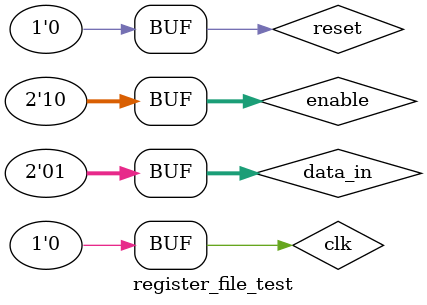
<source format=v>
`timescale 1ns / 1ps


module register_file_test;

	// Inputs
	reg [1:0] enable;
	reg reset;
	reg clk;
	reg [1:0] data_in;

	// Outputs
	wire [7:0] data_out;

	// Instantiate the Unit Under Test (UUT)
	register_file #(.WIDTH(2), .NUM_REGS(4)) uut (
		.enable(enable), 
		.reset(reset), 
		.clk(clk), 
		.data_in(data_in), 
		.data_out(data_out)
	);

	initial begin
    $monitor("enable:%b, reset:%b, clk:%b, data_in:%b, data_out:%b", enable, reset, clk, data_in, data_out);
 
		// Initialize Inputs
		enable = 0;
		reset = 0;
		clk = 0;
		data_in = 0;

		// Wait 100 ns for global reset to finish
		#100;
        
		// Add stimulus here
    clk = 1;
    #10;
    clk = 0;
    data_in = 2'b11;
    enable = 2'b00;
    #10;
    clk = 1;
    #10;
    clk = 0;
    data_in = 2'b11;
    enable = 2'b01;
    #10;
    clk = 1;
    #10;
    clk = 0;
    data_in = 2'b10;
    enable = 2'b10;
    #10;
    clk = 1;
    #10;
    clk = 0;
    data_in = 2'b11;
    enable = 2'b11;
    #10;
    clk = 1;
    #10;
    clk = 0;
    data_in = 2'b01;
    enable = 2'b10;
    #10;
    clk = 1;
    #5;
    reset = 1;
    #5;
    clk = 0;
    reset = 0;
    #10;
	end
      
endmodule


</source>
